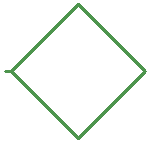
<source format=gbr>
G04 start of page 12 for group -4079 idx -4079 *
G04 Title: (unknown), topsilk *
G04 Creator: pcb 20110918 *
G04 CreationDate: Wed Aug  7 03:13:51 2013 UTC *
G04 For: mokus *
G04 Format: Gerber/RS-274X *
G04 PCB-Dimensions: 600000 500000 *
G04 PCB-Coordinate-Origin: lower left *
%MOIN*%
%FSLAX25Y25*%
%LNTOPSILK*%
%ADD14C,0.0100*%
G54D14*X164292Y272000D02*X142000Y294292D01*
X119708Y272000D01*
X142000Y249708D01*
X164292Y272000D01*
X119708D02*X117586D01*
M02*

</source>
